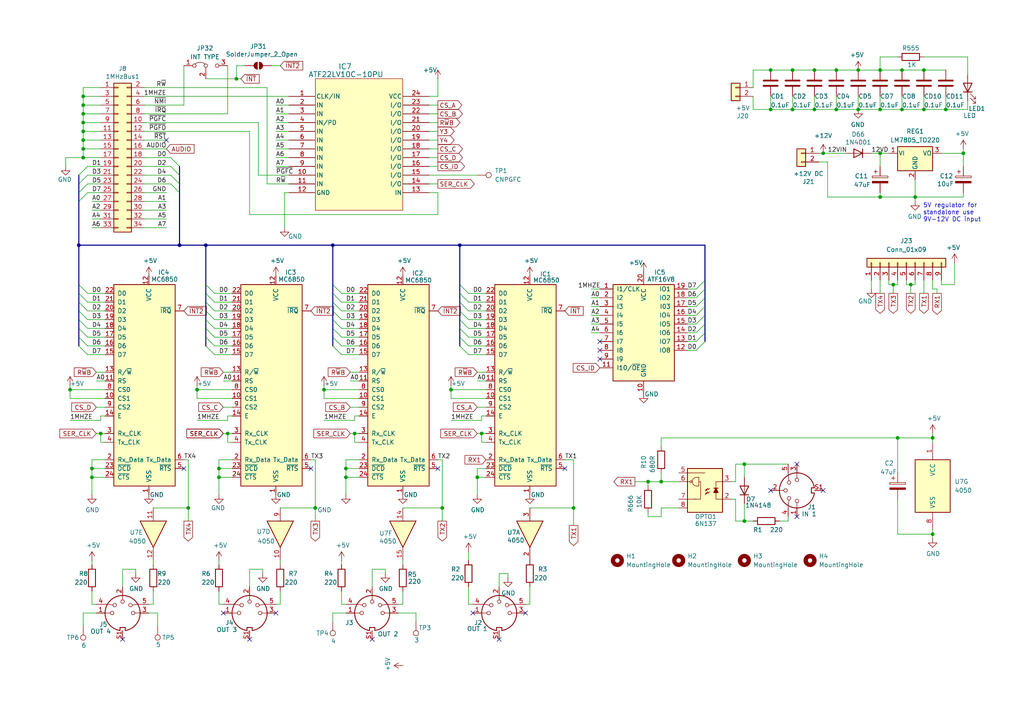
<source format=kicad_sch>
(kicad_sch (version 20250114) (generator "eeschema") (generator_version "9.0")
  (paper "A4")
  (title_block (title "Uninvesal BBC MIDI Interface") (date "2025-03-03") (rev "0.1") (company "Simon R. Ellwood") (comment 1 "Based on Colin Fraser's reverse engineered circuit and jlprojects music2xxx") (comment 2 "Universal BBC MIDI Interface"))
  (text "5V regulator for\nstandalone use\n9V-12V DC input" (at 267.716 64.516 0) (effects (font (size 1.27 1.27)) (justify left bottom)))
  (junction (at 191.77 139.7))
  (junction (at 238.76 44.45))
  (junction (at 66.04 125.73))
  (junction (at 274.32 31.75))
  (junction (at 24.13 40.64))
  (junction (at 102.87 125.73))
  (junction (at 26.67 135.89))
  (junction (at 215.9 151.13))
  (junction (at 91.44 147.32))
  (junction (at 270.51 127))
  (junction (at 22.86 71.12))
  (junction (at 24.13 38.1))
  (junction (at 248.92 20.32))
  (junction (at 242.57 20.32))
  (junction (at 130.81 113.03))
  (junction (at 265.43 57.15))
  (junction (at 229.87 31.75))
  (junction (at 24.13 35.56))
  (junction (at 229.87 20.32))
  (junction (at 29.21 125.73))
  (junction (at 223.52 31.75))
  (junction (at 223.52 20.32))
  (junction (at 279.4 44.45))
  (junction (at 24.13 30.48))
  (junction (at 24.13 45.72))
  (junction (at 93.98 113.03))
  (junction (at 128.27 147.32))
  (junction (at 139.7 125.73))
  (junction (at 267.97 20.32))
  (junction (at 100.33 135.89))
  (junction (at 261.62 20.32))
  (junction (at 133.35 71.12))
  (junction (at 187.96 139.7))
  (junction (at 264.16 82.55))
  (junction (at 24.13 43.18))
  (junction (at 255.27 20.32))
  (junction (at 54.61 147.32))
  (junction (at 138.43 138.43))
  (junction (at 52.07 71.12))
  (junction (at 255.27 44.45))
  (junction (at 260.35 127))
  (junction (at 267.97 31.75))
  (junction (at 100.33 138.43))
  (junction (at 215.9 134.62))
  (junction (at 242.57 31.75))
  (junction (at 68.58 22.86))
  (junction (at 59.69 71.12))
  (junction (at 63.5 135.89))
  (junction (at 261.62 31.75))
  (junction (at 259.08 82.55))
  (junction (at 63.5 138.43))
  (junction (at 236.22 20.32))
  (junction (at 166.37 147.32))
  (junction (at 24.13 27.94))
  (junction (at 96.52 71.12))
  (junction (at 26.67 138.43))
  (junction (at 24.13 33.02))
  (junction (at 270.51 154.94))
  (junction (at 236.22 31.75))
  (junction (at 248.92 31.75))
  (junction (at 255.27 31.75))
  (junction (at 255.27 57.15))
  (junction (at 20.32 113.03))
  (junction (at 57.15 113.03))
  (no_connect (at 144.78 185.42))
  (no_connect (at 152.4 177.8))
  (no_connect (at 53.34 135.89))
  (no_connect (at 238.76 142.24))
  (no_connect (at 137.16 177.8))
  (no_connect (at 72.39 185.42))
  (no_connect (at 173.99 104.14))
  (no_connect (at 64.77 177.8))
  (no_connect (at 80.01 177.8))
  (no_connect (at 48.26 40.64))
  (no_connect (at 223.52 142.24))
  (no_connect (at 231.14 149.86))
  (no_connect (at 163.83 135.89))
  (no_connect (at 35.56 185.42))
  (no_connect (at 90.17 135.89))
  (no_connect (at 312.42 34.29))
  (no_connect (at 231.14 134.62))
  (no_connect (at 127 135.89))
  (no_connect (at 173.99 101.6))
  (no_connect (at 173.99 99.06))
  (no_connect (at 107.95 185.42))
  (bus_entry (at 59.69 95.25) (size 2.54 2.54))
  (bus_entry (at 22.86 87.63) (size 2.54 2.54))
  (bus_entry (at 22.86 50.8) (size 2.54 -2.54))
  (bus_entry (at 201.93 83.82) (size 2.54 -2.54))
  (bus_entry (at 22.86 53.34) (size 2.54 -2.54))
  (bus_entry (at 133.35 97.79) (size 2.54 2.54))
  (bus_entry (at 59.69 87.63) (size 2.54 2.54))
  (bus_entry (at 96.52 85.09) (size 2.54 2.54))
  (bus_entry (at 133.35 90.17) (size 2.54 2.54))
  (bus_entry (at 201.93 99.06) (size 2.54 -2.54))
  (bus_entry (at 96.52 90.17) (size 2.54 2.54))
  (bus_entry (at 22.86 82.55) (size 2.54 2.54))
  (bus_entry (at 22.86 85.09) (size 2.54 2.54))
  (bus_entry (at 96.52 100.33) (size 2.54 2.54))
  (bus_entry (at 59.69 90.17) (size 2.54 2.54))
  (bus_entry (at 22.86 55.88) (size 2.54 -2.54))
  (bus_entry (at 96.52 82.55) (size 2.54 2.54))
  (bus_entry (at 59.69 85.09) (size 2.54 2.54))
  (bus_entry (at 22.86 100.33) (size 2.54 2.54))
  (bus_entry (at 201.93 91.44) (size 2.54 -2.54))
  (bus_entry (at 59.69 100.33) (size 2.54 2.54))
  (bus_entry (at 201.93 88.9) (size 2.54 -2.54))
  (bus_entry (at 133.35 85.09) (size 2.54 2.54))
  (bus_entry (at 133.35 82.55) (size 2.54 2.54))
  (bus_entry (at 49.53 48.26) (size 2.54 2.54))
  (bus_entry (at 201.93 93.98) (size 2.54 -2.54))
  (bus_entry (at 96.52 87.63) (size 2.54 2.54))
  (bus_entry (at 22.86 58.42) (size 2.54 -2.54))
  (bus_entry (at 49.53 50.8) (size 2.54 2.54))
  (bus_entry (at 59.69 92.71) (size 2.54 2.54))
  (bus_entry (at 133.35 95.25) (size 2.54 2.54))
  (bus_entry (at 49.53 53.34) (size 2.54 2.54))
  (bus_entry (at 96.52 92.71) (size 2.54 2.54))
  (bus_entry (at 201.93 101.6) (size 2.54 -2.54))
  (bus_entry (at 22.86 97.79) (size 2.54 2.54))
  (bus_entry (at 59.69 97.79) (size 2.54 2.54))
  (bus_entry (at 133.35 100.33) (size 2.54 2.54))
  (bus_entry (at 22.86 92.71) (size 2.54 2.54))
  (bus_entry (at 201.93 86.36) (size 2.54 -2.54))
  (bus_entry (at 133.35 92.71) (size 2.54 2.54))
  (bus_entry (at 201.93 96.52) (size 2.54 -2.54))
  (bus_entry (at 49.53 45.72) (size 2.54 2.54))
  (bus_entry (at 59.69 82.55) (size 2.54 2.54))
  (bus_entry (at 96.52 97.79) (size 2.54 2.54))
  (bus_entry (at 22.86 95.25) (size 2.54 2.54))
  (bus_entry (at 133.35 87.63) (size 2.54 2.54))
  (bus_entry (at 22.86 90.17) (size 2.54 2.54))
  (bus_entry (at 96.52 95.25) (size 2.54 2.54))
  (wire (pts (xy 279.4 43.18) (xy 279.4 44.45)))
  (wire (pts (xy 135.89 85.09) (xy 140.97 85.09)))
  (wire (pts (xy 67.31 115.57) (xy 57.15 115.57)))
  (wire (pts (xy 25.4 48.26) (xy 29.21 48.26)))
  (wire (pts (xy 135.89 92.71) (xy 140.97 92.71)))
  (bus (pts (xy 22.86 50.8) (xy 22.86 53.34)))
  (wire (pts (xy 274.32 27.94) (xy 274.32 31.75)))
  (wire (pts (xy 82.55 55.88) (xy 82.55 66.04)))
  (wire (pts (xy 152.4 175.26) (xy 153.67 175.26)))
  (wire (pts (xy 44.45 147.32) (xy 54.61 147.32)))
  (wire (pts (xy 41.91 35.56) (xy 74.93 35.56)))
  (wire (pts (xy 139.7 121.92) (xy 130.81 121.92)))
  (wire (pts (xy 139.7 125.73) (xy 138.43 125.73)))
  (wire (pts (xy 255.27 57.15) (xy 265.43 57.15)))
  (wire (pts (xy 191.77 139.7) (xy 196.85 139.7)))
  (wire (pts (xy 80.01 48.26) (xy 83.82 48.26)))
  (wire (pts (xy 99.06 87.63) (xy 104.14 87.63)))
  (wire (pts (xy 257.81 82.55) (xy 259.08 82.55)))
  (bus (pts (xy 96.52 100.33) (xy 96.52 97.79)))
  (wire (pts (xy 24.13 30.48) (xy 29.21 30.48)))
  (wire (pts (xy 139.7 120.65) (xy 139.7 121.92)))
  (wire (pts (xy 26.67 175.26) (xy 26.67 171.45)))
  (wire (pts (xy 271.78 83.82) (xy 271.78 85.09)))
  (wire (pts (xy 72.39 38.1) (xy 72.39 62.23)))
  (wire (pts (xy 261.62 31.75) (xy 261.62 27.94)))
  (bus (pts (xy 52.07 50.8) (xy 52.07 53.34)))
  (wire (pts (xy 199.39 88.9) (xy 201.93 88.9)))
  (wire (pts (xy 144.78 170.18) (xy 144.78 166.37)))
  (wire (pts (xy 124.46 33.02) (xy 127 33.02)))
  (wire (pts (xy 259.08 82.55) (xy 260.35 82.55)))
  (bus (pts (xy 133.35 100.33) (xy 133.35 97.79)))
  (wire (pts (xy 191.77 147.32) (xy 191.77 149.86)))
  (wire (pts (xy 138.43 107.95) (xy 140.97 107.95)))
  (wire (pts (xy 270.51 154.94) (xy 260.35 154.94)))
  (wire (pts (xy 99.06 95.25) (xy 104.14 95.25)))
  (wire (pts (xy 270.51 127) (xy 270.51 125.73)))
  (wire (pts (xy 124.46 50.8) (xy 138.43 50.8)))
  (bus (pts (xy 22.86 95.25) (xy 22.86 92.71)))
  (wire (pts (xy 257.81 81.28) (xy 257.81 82.55)))
  (wire (pts (xy 24.13 35.56) (xy 29.21 35.56)))
  (wire (pts (xy 25.4 53.34) (xy 29.21 53.34)))
  (wire (pts (xy 213.36 151.13) (xy 213.36 144.78)))
  (wire (pts (xy 80.01 40.64) (xy 83.82 40.64)))
  (wire (pts (xy 171.45 83.82) (xy 173.99 83.82)))
  (wire (pts (xy 102.87 128.27) (xy 102.87 125.73)))
  (wire (pts (xy 67.31 128.27) (xy 66.04 128.27)))
  (wire (pts (xy 139.7 128.27) (xy 139.7 125.73)))
  (wire (pts (xy 91.44 133.35) (xy 91.44 147.32)))
  (wire (pts (xy 66.04 120.65) (xy 66.04 121.92)))
  (wire (pts (xy 223.52 27.94) (xy 223.52 31.75)))
  (bus (pts (xy 204.47 88.9) (xy 204.47 86.36)))
  (wire (pts (xy 228.6 151.13) (xy 228.6 149.86)))
  (wire (pts (xy 63.5 135.89) (xy 63.5 138.43)))
  (wire (pts (xy 135.89 95.25) (xy 140.97 95.25)))
  (wire (pts (xy 270.51 81.28) (xy 270.51 83.82)))
  (wire (pts (xy 116.84 147.32) (xy 128.27 147.32)))
  (wire (pts (xy 24.13 43.18) (xy 24.13 45.72)))
  (wire (pts (xy 236.22 20.32) (xy 242.57 20.32)))
  (wire (pts (xy 171.45 86.36) (xy 173.99 86.36)))
  (wire (pts (xy 228.6 134.62) (xy 215.9 134.62)))
  (bus (pts (xy 204.47 81.28) (xy 204.47 71.12)))
  (wire (pts (xy 24.13 27.94) (xy 24.13 30.48)))
  (wire (pts (xy 138.43 118.11) (xy 140.97 118.11)))
  (wire (pts (xy 242.57 20.32) (xy 248.92 20.32)))
  (wire (pts (xy 199.39 99.06) (xy 201.93 99.06)))
  (wire (pts (xy 237.49 44.45) (xy 238.76 44.45)))
  (bus (pts (xy 22.86 100.33) (xy 22.86 97.79)))
  (wire (pts (xy 93.98 115.57) (xy 93.98 113.03)))
  (wire (pts (xy 104.14 113.03) (xy 93.98 113.03)))
  (wire (pts (xy 215.9 134.62) (xy 213.36 134.62)))
  (wire (pts (xy 80.01 30.48) (xy 83.82 30.48)))
  (wire (pts (xy 199.39 93.98) (xy 201.93 93.98)))
  (wire (pts (xy 213.36 139.7) (xy 212.09 139.7)))
  (wire (pts (xy 43.18 177.8) (xy 45.72 177.8)))
  (wire (pts (xy 25.4 90.17) (xy 30.48 90.17)))
  (wire (pts (xy 124.46 45.72) (xy 127 45.72)))
  (wire (pts (xy 100.33 175.26) (xy 99.06 175.26)))
  (wire (pts (xy 255.27 31.75) (xy 255.27 27.94)))
  (wire (pts (xy 62.23 102.87) (xy 67.31 102.87)))
  (wire (pts (xy 255.27 31.75) (xy 261.62 31.75)))
  (wire (pts (xy 62.23 95.25) (xy 67.31 95.25)))
  (wire (pts (xy 255.27 16.51) (xy 255.27 20.32)))
  (wire (pts (xy 41.91 38.1) (xy 72.39 38.1)))
  (wire (pts (xy 102.87 120.65) (xy 104.14 120.65)))
  (wire (pts (xy 64.77 175.26) (xy 63.5 175.26)))
  (wire (pts (xy 276.86 82.55) (xy 273.05 82.55)))
  (wire (pts (xy 93.98 113.03) (xy 93.98 111.76)))
  (wire (pts (xy 25.4 85.09) (xy 30.48 85.09)))
  (wire (pts (xy 72.39 165.1) (xy 76.2 165.1)))
  (wire (pts (xy 101.6 107.95) (xy 104.14 107.95)))
  (bus (pts (xy 96.52 92.71) (xy 96.52 90.17)))
  (wire (pts (xy 135.89 175.26) (xy 135.89 170.18)))
  (wire (pts (xy 41.91 53.34) (xy 49.53 53.34)))
  (wire (pts (xy 104.14 128.27) (xy 102.87 128.27)))
  (wire (pts (xy 104.14 135.89) (xy 100.33 135.89)))
  (wire (pts (xy 265.43 81.28) (xy 265.43 82.55)))
  (wire (pts (xy 24.13 38.1) (xy 24.13 40.64)))
  (wire (pts (xy 67.31 125.73) (xy 66.04 125.73)))
  (wire (pts (xy 68.58 22.86) (xy 69.85 22.86)))
  (wire (pts (xy 41.91 25.4) (xy 77.47 25.4)))
  (bus (pts (xy 59.69 97.79) (xy 59.69 95.25)))
  (wire (pts (xy 29.21 121.92) (xy 20.32 121.92)))
  (wire (pts (xy 99.06 85.09) (xy 104.14 85.09)))
  (wire (pts (xy 62.23 90.17) (xy 67.31 90.17)))
  (wire (pts (xy 44.45 175.26) (xy 44.45 171.45)))
  (wire (pts (xy 29.21 120.65) (xy 30.48 120.65)))
  (wire (pts (xy 41.91 66.04) (xy 48.26 66.04)))
  (wire (pts (xy 248.92 31.75) (xy 255.27 31.75)))
  (wire (pts (xy 171.45 96.52) (xy 173.99 96.52)))
  (bus (pts (xy 204.47 96.52) (xy 204.47 93.98)))
  (wire (pts (xy 80.01 175.26) (xy 81.28 175.26)))
  (wire (pts (xy 124.46 27.94) (xy 127 27.94)))
  (wire (pts (xy 25.4 55.88) (xy 29.21 55.88)))
  (wire (pts (xy 25.4 97.79) (xy 30.48 97.79)))
  (wire (pts (xy 104.14 125.73) (xy 102.87 125.73)))
  (wire (pts (xy 218.44 151.13) (xy 215.9 151.13)))
  (bus (pts (xy 133.35 95.25) (xy 133.35 92.71)))
  (wire (pts (xy 27.94 107.95) (xy 30.48 107.95)))
  (bus (pts (xy 22.86 55.88) (xy 22.86 58.42)))
  (wire (pts (xy 128.27 147.32) (xy 128.27 151.13)))
  (wire (pts (xy 199.39 101.6) (xy 201.93 101.6)))
  (wire (pts (xy 24.13 30.48) (xy 24.13 33.02)))
  (wire (pts (xy 267.97 16.51) (xy 280.67 16.51)))
  (wire (pts (xy 63.5 175.26) (xy 63.5 171.45)))
  (wire (pts (xy 66.04 33.02) (xy 66.04 19.05)))
  (bus (pts (xy 22.86 58.42) (xy 22.86 71.12)))
  (wire (pts (xy 19.05 45.72) (xy 19.05 48.26)))
  (wire (pts (xy 229.87 31.75) (xy 223.52 31.75)))
  (wire (pts (xy 26.67 58.42) (xy 29.21 58.42)))
  (wire (pts (xy 99.06 97.79) (xy 104.14 97.79)))
  (wire (pts (xy 80.01 35.56) (xy 83.82 35.56)))
  (wire (pts (xy 41.91 30.48) (xy 53.34 30.48)))
  (wire (pts (xy 242.57 31.75) (xy 242.57 27.94)))
  (wire (pts (xy 280.67 21.59) (xy 280.67 16.51)))
  (wire (pts (xy 229.87 20.32) (xy 236.22 20.32)))
  (wire (pts (xy 124.46 30.48) (xy 127 30.48)))
  (wire (pts (xy 215.9 151.13) (xy 215.9 146.05)))
  (wire (pts (xy 187.96 149.86) (xy 187.96 148.59)))
  (bus (pts (xy 52.07 71.12) (xy 22.86 71.12)))
  (bus (pts (xy 22.86 85.09) (xy 22.86 82.55)))
  (wire (pts (xy 237.49 46.99) (xy 240.03 46.99)))
  (wire (pts (xy 135.89 97.79) (xy 140.97 97.79)))
  (wire (pts (xy 68.58 19.05) (xy 68.58 22.86)))
  (wire (pts (xy 63.5 162.56) (xy 63.5 163.83)))
  (wire (pts (xy 66.04 121.92) (xy 57.15 121.92)))
  (wire (pts (xy 104.14 133.35) (xy 100.33 133.35)))
  (bus (pts (xy 22.86 53.34) (xy 22.86 55.88)))
  (wire (pts (xy 99.06 90.17) (xy 104.14 90.17)))
  (wire (pts (xy 270.51 127) (xy 260.35 127)))
  (wire (pts (xy 140.97 125.73) (xy 139.7 125.73)))
  (wire (pts (xy 171.45 91.44) (xy 173.99 91.44)))
  (wire (pts (xy 264.16 82.55) (xy 264.16 85.09)))
  (wire (pts (xy 147.32 166.37) (xy 147.32 167.64)))
  (wire (pts (xy 124.46 40.64) (xy 127 40.64)))
  (wire (pts (xy 270.51 156.21) (xy 270.51 154.94)))
  (wire (pts (xy 240.03 46.99) (xy 240.03 57.15)))
  (bus (pts (xy 22.86 92.71) (xy 22.86 90.17)))
  (wire (pts (xy 78.74 19.05) (xy 81.28 19.05)))
  (wire (pts (xy 72.39 62.23) (xy 127 62.23)))
  (wire (pts (xy 80.01 33.02) (xy 83.82 33.02)))
  (wire (pts (xy 124.46 43.18) (xy 127 43.18)))
  (wire (pts (xy 260.35 154.94) (xy 260.35 144.78)))
  (wire (pts (xy 236.22 31.75) (xy 236.22 27.94)))
  (wire (pts (xy 29.21 128.27) (xy 29.21 125.73)))
  (wire (pts (xy 77.47 53.34) (xy 83.82 53.34)))
  (wire (pts (xy 67.31 113.03) (xy 57.15 113.03)))
  (wire (pts (xy 130.81 115.57) (xy 130.81 113.03)))
  (wire (pts (xy 153.67 147.32) (xy 166.37 147.32)))
  (bus (pts (xy 22.86 71.12) (xy 22.86 82.55)))
  (wire (pts (xy 20.32 115.57) (xy 20.32 113.03)))
  (bus (pts (xy 133.35 92.71) (xy 133.35 90.17)))
  (wire (pts (xy 41.91 55.88) (xy 48.26 55.88)))
  (wire (pts (xy 41.91 63.5) (xy 48.26 63.5)))
  (wire (pts (xy 102.87 121.92) (xy 93.98 121.92)))
  (bus (pts (xy 133.35 82.55) (xy 133.35 71.12)))
  (wire (pts (xy 144.78 166.37) (xy 147.32 166.37)))
  (wire (pts (xy 54.61 147.32) (xy 54.61 151.13)))
  (wire (pts (xy 48.26 60.96) (xy 41.91 60.96)))
  (wire (pts (xy 29.21 60.96) (xy 26.67 60.96)))
  (bus (pts (xy 96.52 87.63) (xy 96.52 85.09)))
  (wire (pts (xy 218.44 20.32) (xy 223.52 20.32)))
  (bus (pts (xy 22.86 90.17) (xy 22.86 87.63)))
  (wire (pts (xy 80.01 38.1) (xy 83.82 38.1)))
  (wire (pts (xy 100.33 177.8) (xy 96.52 177.8)))
  (wire (pts (xy 43.18 175.26) (xy 44.45 175.26)))
  (wire (pts (xy 213.36 151.13) (xy 215.9 151.13)))
  (wire (pts (xy 62.23 100.33) (xy 67.31 100.33)))
  (wire (pts (xy 63.5 138.43) (xy 63.5 143.51)))
  (wire (pts (xy 41.91 45.72) (xy 49.53 45.72)))
  (wire (pts (xy 199.39 86.36) (xy 201.93 86.36)))
  (wire (pts (xy 274.32 31.75) (xy 280.67 31.75)))
  (bus (pts (xy 96.52 95.25) (xy 96.52 92.71)))
  (wire (pts (xy 248.92 31.75) (xy 248.92 27.94)))
  (wire (pts (xy 74.93 35.56) (xy 74.93 50.8)))
  (wire (pts (xy 41.91 50.8) (xy 49.53 50.8)))
  (wire (pts (xy 91.44 147.32) (xy 91.44 151.13)))
  (wire (pts (xy 267.97 20.32) (xy 274.32 20.32)))
  (bus (pts (xy 133.35 90.17) (xy 133.35 87.63)))
  (wire (pts (xy 35.56 170.18) (xy 35.56 165.1)))
  (wire (pts (xy 223.52 31.75) (xy 218.44 31.75)))
  (bus (pts (xy 96.52 85.09) (xy 96.52 82.55)))
  (wire (pts (xy 260.35 127) (xy 260.35 137.16)))
  (wire (pts (xy 130.81 113.03) (xy 130.81 111.76)))
  (wire (pts (xy 80.01 45.72) (xy 83.82 45.72)))
  (wire (pts (xy 127 55.88) (xy 124.46 55.88)))
  (wire (pts (xy 116.84 163.83) (xy 116.84 162.56)))
  (bus (pts (xy 52.07 55.88) (xy 52.07 71.12)))
  (wire (pts (xy 213.36 134.62) (xy 213.36 139.7)))
  (wire (pts (xy 27.94 110.49) (xy 30.48 110.49)))
  (wire (pts (xy 262.89 81.28) (xy 262.89 82.55)))
  (wire (pts (xy 138.43 138.43) (xy 138.43 143.51)))
  (wire (pts (xy 153.67 175.26) (xy 153.67 170.18)))
  (wire (pts (xy 166.37 133.35) (xy 163.83 133.35)))
  (wire (pts (xy 53.34 30.48) (xy 53.34 19.05)))
  (wire (pts (xy 255.27 16.51) (xy 260.35 16.51)))
  (bus (pts (xy 59.69 100.33) (xy 59.69 97.79)))
  (wire (pts (xy 41.91 27.94) (xy 83.82 27.94)))
  (wire (pts (xy 77.47 25.4) (xy 77.47 53.34)))
  (wire (pts (xy 107.95 170.18) (xy 107.95 165.1)))
  (wire (pts (xy 240.03 57.15) (xy 255.27 57.15)))
  (wire (pts (xy 279.4 44.45) (xy 273.05 44.45)))
  (wire (pts (xy 187.96 140.97) (xy 187.96 139.7)))
  (wire (pts (xy 81.28 163.83) (xy 81.28 162.56)))
  (wire (pts (xy 226.06 151.13) (xy 228.6 151.13)))
  (wire (pts (xy 199.39 91.44) (xy 201.93 91.44)))
  (wire (pts (xy 140.97 113.03) (xy 130.81 113.03)))
  (wire (pts (xy 191.77 127) (xy 260.35 127)))
  (bus (pts (xy 133.35 97.79) (xy 133.35 95.25)))
  (wire (pts (xy 101.6 110.49) (xy 104.14 110.49)))
  (bus (pts (xy 204.47 83.82) (xy 204.47 81.28)))
  (wire (pts (xy 96.52 177.8) (xy 96.52 180.34)))
  (wire (pts (xy 279.4 55.88) (xy 279.4 57.15)))
  (wire (pts (xy 102.87 125.73) (xy 101.6 125.73)))
  (wire (pts (xy 267.97 31.75) (xy 274.32 31.75)))
  (wire (pts (xy 215.9 138.43) (xy 215.9 134.62)))
  (wire (pts (xy 140.97 135.89) (xy 138.43 135.89)))
  (wire (pts (xy 120.65 177.8) (xy 120.65 180.34)))
  (wire (pts (xy 127 62.23) (xy 127 55.88)))
  (wire (pts (xy 24.13 35.56) (xy 24.13 38.1)))
  (wire (pts (xy 135.89 100.33) (xy 140.97 100.33)))
  (wire (pts (xy 90.17 133.35) (xy 91.44 133.35)))
  (bus (pts (xy 52.07 53.34) (xy 52.07 55.88)))
  (wire (pts (xy 54.61 133.35) (xy 54.61 147.32)))
  (wire (pts (xy 140.97 128.27) (xy 139.7 128.27)))
  (wire (pts (xy 67.31 135.89) (xy 63.5 135.89)))
  (wire (pts (xy 104.14 115.57) (xy 93.98 115.57)))
  (bus (pts (xy 204.47 93.98) (xy 204.47 91.44)))
  (wire (pts (xy 81.28 175.26) (xy 81.28 171.45)))
  (wire (pts (xy 30.48 113.03) (xy 20.32 113.03)))
  (wire (pts (xy 191.77 137.16) (xy 191.77 139.7)))
  (bus (pts (xy 59.69 90.17) (xy 59.69 87.63)))
  (wire (pts (xy 135.89 90.17) (xy 140.97 90.17)))
  (wire (pts (xy 25.4 87.63) (xy 30.48 87.63)))
  (wire (pts (xy 101.6 118.11) (xy 104.14 118.11)))
  (wire (pts (xy 35.56 165.1) (xy 39.37 165.1)))
  (wire (pts (xy 80.01 43.18) (xy 83.82 43.18)))
  (wire (pts (xy 24.13 33.02) (xy 24.13 35.56)))
  (wire (pts (xy 57.15 113.03) (xy 57.15 111.76)))
  (bus (pts (xy 204.47 91.44) (xy 204.47 88.9)))
  (bus (pts (xy 59.69 95.25) (xy 59.69 92.71)))
  (wire (pts (xy 27.94 118.11) (xy 30.48 118.11)))
  (wire (pts (xy 41.91 48.26) (xy 49.53 48.26)))
  (wire (pts (xy 255.27 44.45) (xy 257.81 44.45)))
  (wire (pts (xy 265.43 52.07) (xy 265.43 57.15)))
  (wire (pts (xy 273.05 81.28) (xy 273.05 82.55)))
  (wire (pts (xy 26.67 66.04) (xy 29.21 66.04)))
  (wire (pts (xy 64.77 110.49) (xy 67.31 110.49)))
  (wire (pts (xy 252.73 44.45) (xy 255.27 44.45)))
  (wire (pts (xy 39.37 165.1) (xy 39.37 166.37)))
  (wire (pts (xy 171.45 88.9) (xy 173.99 88.9)))
  (wire (pts (xy 63.5 138.43) (xy 67.31 138.43)))
  (bus (pts (xy 96.52 71.12) (xy 59.69 71.12)))
  (bus (pts (xy 96.52 71.12) (xy 133.35 71.12)))
  (wire (pts (xy 100.33 135.89) (xy 100.33 138.43)))
  (wire (pts (xy 74.93 50.8) (xy 83.82 50.8)))
  (wire (pts (xy 116.84 175.26) (xy 116.84 171.45)))
  (wire (pts (xy 59.69 22.86) (xy 68.58 22.86)))
  (wire (pts (xy 41.91 43.18) (xy 48.26 43.18)))
  (wire (pts (xy 26.67 133.35) (xy 26.67 135.89)))
  (wire (pts (xy 115.57 175.26) (xy 116.84 175.26)))
  (wire (pts (xy 27.94 177.8) (xy 24.13 177.8)))
  (wire (pts (xy 29.21 125.73) (xy 27.94 125.73)))
  (wire (pts (xy 259.08 82.55) (xy 259.08 85.09)))
  (wire (pts (xy 124.46 38.1) (xy 127 38.1)))
  (wire (pts (xy 72.39 170.18) (xy 72.39 165.1)))
  (wire (pts (xy 279.4 48.26) (xy 279.4 44.45)))
  (wire (pts (xy 26.67 63.5) (xy 29.21 63.5)))
  (wire (pts (xy 30.48 133.35) (xy 26.67 133.35)))
  (bus (pts (xy 59.69 71.12) (xy 52.07 71.12)))
  (wire (pts (xy 100.33 138.43) (xy 104.14 138.43)))
  (wire (pts (xy 223.52 20.32) (xy 229.87 20.32)))
  (wire (pts (xy 248.92 20.32) (xy 255.27 20.32)))
  (wire (pts (xy 264.16 82.55) (xy 265.43 82.55)))
  (wire (pts (xy 99.06 175.26) (xy 99.06 171.45)))
  (wire (pts (xy 63.5 133.35) (xy 63.5 135.89)))
  (wire (pts (xy 229.87 31.75) (xy 236.22 31.75)))
  (wire (pts (xy 66.04 125.73) (xy 64.77 125.73)))
  (wire (pts (xy 41.91 33.02) (xy 66.04 33.02)))
  (bus (pts (xy 204.47 86.36) (xy 204.47 83.82)))
  (wire (pts (xy 44.45 163.83) (xy 44.45 162.56)))
  (bus (pts (xy 204.47 99.06) (xy 204.47 96.52)))
  (bus (pts (xy 22.86 97.79) (xy 22.86 95.25)))
  (wire (pts (xy 53.34 133.35) (xy 54.61 133.35)))
  (wire (pts (xy 196.85 147.32) (xy 191.77 147.32)))
  (wire (pts (xy 199.39 83.82) (xy 201.93 83.82)))
  (bus (pts (xy 52.07 48.26) (xy 52.07 50.8)))
  (wire (pts (xy 267.97 27.94) (xy 267.97 31.75)))
  (wire (pts (xy 135.89 102.87) (xy 140.97 102.87)))
  (wire (pts (xy 25.4 95.25) (xy 30.48 95.25)))
  (wire (pts (xy 41.91 58.42) (xy 48.26 58.42)))
  (wire (pts (xy 24.13 25.4) (xy 24.13 27.94)))
  (wire (pts (xy 81.28 147.32) (xy 91.44 147.32)))
  (bus (pts (xy 59.69 87.63) (xy 59.69 85.09)))
  (wire (pts (xy 67.31 133.35) (xy 63.5 133.35)))
  (wire (pts (xy 262.89 82.55) (xy 264.16 82.55)))
  (wire (pts (xy 137.16 175.26) (xy 135.89 175.26)))
  (wire (pts (xy 138.43 138.43) (xy 140.97 138.43)))
  (wire (pts (xy 279.4 57.15) (xy 265.43 57.15)))
  (wire (pts (xy 255.27 20.32) (xy 261.62 20.32)))
  (wire (pts (xy 25.4 102.87) (xy 30.48 102.87)))
  (wire (pts (xy 140.97 115.57) (xy 130.81 115.57)))
  (wire (pts (xy 187.96 139.7) (xy 191.77 139.7)))
  (wire (pts (xy 24.13 38.1) (xy 29.21 38.1)))
  (wire (pts (xy 66.04 128.27) (xy 66.04 125.73)))
  (wire (pts (xy 242.57 31.75) (xy 248.92 31.75)))
  (wire (pts (xy 166.37 133.35) (xy 166.37 147.32)))
  (wire (pts (xy 135.89 160.02) (xy 135.89 162.56)))
  (wire (pts (xy 213.36 144.78) (xy 212.09 144.78)))
  (wire (pts (xy 261.62 20.32) (xy 267.97 20.32)))
  (wire (pts (xy 238.76 44.45) (xy 245.11 44.45)))
  (wire (pts (xy 260.35 81.28) (xy 260.35 82.55)))
  (wire (pts (xy 124.46 35.56) (xy 127 35.56)))
  (wire (pts (xy 62.23 87.63) (xy 67.31 87.63)))
  (bus (pts (xy 22.86 87.63) (xy 22.86 85.09)))
  (wire (pts (xy 255.27 55.88) (xy 255.27 57.15)))
  (wire (pts (xy 57.15 115.57) (xy 57.15 113.03)))
  (wire (pts (xy 135.89 87.63) (xy 140.97 87.63)))
  (bus (pts (xy 96.52 90.17) (xy 96.52 87.63)))
  (bus (pts (xy 59.69 71.12) (xy 59.69 82.55)))
  (wire (pts (xy 191.77 149.86) (xy 187.96 149.86)))
  (wire (pts (xy 191.77 127) (xy 191.77 129.54)))
  (wire (pts (xy 124.46 53.34) (xy 127 53.34)))
  (bus (pts (xy 96.52 71.12) (xy 96.52 82.55)))
  (wire (pts (xy 276.86 76.2) (xy 276.86 82.55)))
  (wire (pts (xy 25.4 100.33) (xy 30.48 100.33)))
  (wire (pts (xy 280.67 31.75) (xy 280.67 29.21)))
  (wire (pts (xy 45.72 177.8) (xy 45.72 181.61)))
  (wire (pts (xy 76.2 165.1) (xy 76.2 166.37)))
  (wire (pts (xy 270.51 153.67) (xy 270.51 154.94)))
  (wire (pts (xy 100.33 133.35) (xy 100.33 135.89)))
  (bus (pts (xy 59.69 92.71) (xy 59.69 90.17)))
  (wire (pts (xy 102.87 120.65) (xy 102.87 121.92)))
  (bus (pts (xy 133.35 87.63) (xy 133.35 85.09)))
  (bus (pts (xy 133.35 82.55) (xy 133.35 85.09)))
  (wire (pts (xy 26.67 138.43) (xy 30.48 138.43)))
  (bus (pts (xy 96.52 97.79) (xy 96.52 95.25)))
  (wire (pts (xy 171.45 93.98) (xy 173.99 93.98)))
  (wire (pts (xy 99.06 102.87) (xy 104.14 102.87)))
  (wire (pts (xy 111.76 165.1) (xy 111.76 166.37)))
  (wire (pts (xy 30.48 128.27) (xy 29.21 128.27)))
  (bus (pts (xy 133.35 71.12) (xy 204.47 71.12)))
  (wire (pts (xy 24.13 40.64) (xy 24.13 43.18)))
  (wire (pts (xy 184.15 139.7) (xy 187.96 139.7)))
  (wire (pts (xy 127 27.94) (xy 127 22.86)))
  (wire (pts (xy 24.13 45.72) (xy 29.21 45.72)))
  (wire (pts (xy 99.06 92.71) (xy 104.14 92.71)))
  (wire (pts (xy 139.7 120.65) (xy 140.97 120.65)))
  (wire (pts (xy 166.37 147.32) (xy 166.37 152.4)))
  (wire (pts (xy 24.13 25.4) (xy 29.21 25.4)))
  (wire (pts (xy 24.13 27.94) (xy 29.21 27.94)))
  (wire (pts (xy 30.48 115.57) (xy 20.32 115.57)))
  (wire (pts (xy 64.77 107.95) (xy 67.31 107.95)))
  (wire (pts (xy 138.43 110.49) (xy 140.97 110.49)))
  (wire (pts (xy 26.67 162.56) (xy 26.67 163.83)))
  (wire (pts (xy 252.73 81.28) (xy 252.73 83.82)))
  (wire (pts (xy 26.67 138.43) (xy 26.67 143.51)))
  (wire (pts (xy 30.48 135.89) (xy 26.67 135.89)))
  (wire (pts (xy 24.13 177.8) (xy 24.13 181.61)))
  (wire (pts (xy 26.67 135.89) (xy 26.67 138.43)))
  (wire (pts (xy 25.4 92.71) (xy 30.48 92.71)))
  (wire (pts (xy 71.12 19.05) (xy 68.58 19.05)))
  (wire (pts (xy 27.94 175.26) (xy 26.67 175.26)))
  (wire (pts (xy 24.13 43.18) (xy 29.21 43.18)))
  (bus (pts (xy 59.69 85.09) (xy 59.69 82.55)))
  (wire (pts (xy 138.43 135.89) (xy 138.43 138.43)))
  (wire (pts (xy 236.22 31.75) (xy 242.57 31.75)))
  (wire (pts (xy 62.23 92.71) (xy 67.31 92.71)))
  (wire (pts (xy 24.13 33.02) (xy 29.21 33.02)))
  (wire (pts (xy 267.97 81.28) (xy 267.97 85.09)))
  (wire (pts (xy 218.44 20.32) (xy 218.44 25.4)))
  (wire (pts (xy 64.77 118.11) (xy 67.31 118.11)))
  (wire (pts (xy 229.87 27.94) (xy 229.87 31.75)))
  (wire (pts (xy 99.06 162.56) (xy 99.06 163.83)))
  (wire (pts (xy 62.23 97.79) (xy 67.31 97.79)))
  (wire (pts (xy 66.04 120.65) (xy 67.31 120.65)))
  (wire (pts (xy 107.95 165.1) (xy 111.76 165.1)))
  (wire (pts (xy 265.43 58.42) (xy 265.43 57.15)))
  (wire (pts (xy 99.06 100.33) (xy 104.14 100.33)))
  (wire (pts (xy 20.32 113.03) (xy 20.32 111.76)))
  (wire (pts (xy 261.62 31.75) (xy 267.97 31.75)))
  (wire (pts (xy 30.48 125.73) (xy 29.21 125.73)))
  (wire (pts (xy 24.13 45.72) (xy 19.05 45.72)))
  (wire (pts (xy 29.21 120.65) (xy 29.21 121.92)))
  (wire (pts (xy 255.27 44.45) (xy 255.27 48.26)))
  (wire (pts (xy 48.26 40.64) (xy 41.91 40.64)))
  (wire (pts (xy 270.51 83.82) (xy 271.78 83.82)))
  (wire (pts (xy 24.13 40.64) (xy 29.21 40.64)))
  (wire (pts (xy 100.33 138.43) (xy 100.33 143.51)))
  (wire (pts (xy 270.51 127) (xy 270.51 128.27)))
  (wire (pts (xy 255.27 81.28) (xy 255.27 85.09)))
  (wire (pts (xy 115.57 177.8) (xy 120.65 177.8)))
  (wire (pts (xy 127 133.35) (xy 128.27 133.35)))
  (wire (pts (xy 62.23 85.09) (xy 67.31 85.09)))
  (wire (pts (xy 83.82 55.88) (xy 82.55 55.88)))
  (wire (pts (xy 128.27 133.35) (xy 128.27 147.32)))
  (wire (pts (xy 124.46 48.26) (xy 127 48.26)))
  (wire (pts (xy 218.44 31.75) (xy 218.44 27.94)))
  (wire (pts (xy 25.4 50.8) (xy 29.21 50.8)))
  (wire (pts (xy 199.39 96.52) (xy 201.93 96.52)))
  (label "D7" (at 199.39 83.82 0))
  (label "D2" (at 199.39 96.52 0))
  (label "D5" (at 137.16 97.79 0))
  (label "D4" (at 48.26 50.8 180))
  (label "D4" (at 199.39 91.44 0))
  (label "D3" (at 26.67 50.8 0))
  (label "TX4" (at 53.34 133.35 0))
  (label "A6" (at 26.67 66.04 0))
  (label "AUDIO" (at 48.26 43.18 180))
  (label "D3" (at 100.33 92.71 0))
  (label "D7" (at 26.67 102.87 0))
  (label "A4" (at 26.67 63.5 0))
  (label "1MHZE" (at 167.64 83.82 0))
  (label "D0" (at 100.33 85.09 0))
  (label "D1" (at 63.5 87.63 0))
  (label "A0" (at 26.67 58.42 0))
  (label "~{NMI}" (at 48.26 30.48 180))
  (label "A1" (at 80.01 33.02 0))
  (label "A3" (at 171.45 93.98 0))
  (label "D5" (at 63.5 97.79 0))
  (label "A3" (at 48.26 60.96 180))
  (label "D5" (at 199.39 88.9 0))
  (label "D5" (at 26.67 53.34 0))
  (label "1MHZE" (at 20.32 121.92 0))
  (label "D1" (at 100.33 87.63 0))
  (label "12VD" (at 252.73 44.45 0))
  (label "D4" (at 63.5 95.25 0))
  (label "D1" (at 199.39 99.06 0))
  (label "D3" (at 137.16 92.71 0))
  (label "R~{W}" (at 48.26 25.4 180))
  (label "A3" (at 80.01 38.1 0))
  (label "GND" (at 48.26 55.88 180))
  (label "D7" (at 100.33 102.87 0))
  (label "A2" (at 171.45 91.44 0))
  (label "A4" (at 171.45 96.52 0))
  (label "D2" (at 137.16 90.17 0))
  (label "D7" (at 26.67 55.88 0))
  (label "A1" (at 48.26 58.42 180))
  (label "A0" (at 27.94 110.49 0))
  (label "D1" (at 137.16 87.63 0))
  (label "1MHZE" (at 93.98 121.92 0))
  (label "A2" (at 26.67 60.96 0))
  (label "D3" (at 63.5 92.71 0))
  (label "~{PGFC}" (at 48.26 35.56 180))
  (label "A0" (at 138.43 110.49 0))
  (label "12VIN" (at 240.03 44.45 0))
  (label "D0" (at 48.26 45.72 180))
  (label "D0" (at 63.5 85.09 0))
  (label "A0" (at 171.45 86.36 0))
  (label "D4" (at 26.67 95.25 0))
  (label "D3" (at 199.39 93.98 0))
  (label "D0" (at 26.67 85.09 0))
  (label "D6" (at 199.39 86.36 0))
  (label "D5" (at 26.67 97.79 0))
  (label "D3" (at 26.67 92.71 0))
  (label "~{RST}" (at 48.26 40.64 180))
  (label "D6" (at 26.67 100.33 0))
  (label "D6" (at 100.33 100.33 0))
  (label "D0" (at 137.16 85.09 0))
  (label "D1" (at 26.67 87.63 0))
  (label "A7" (at 80.01 48.26 0))
  (label "D2" (at 63.5 90.17 0))
  (label "~{PGFD}" (at 48.26 38.1 180))
  (label "D4" (at 137.16 95.25 0))
  (label "D6" (at 137.16 100.33 0))
  (label "D2" (at 48.26 48.26 180))
  (label "D1" (at 26.67 48.26 0))
  (label "A5" (at 48.26 63.5 180))
  (label "A0" (at 80.01 30.48 0))
  (label "A0" (at 101.6 110.49 0))
  (label "D2" (at 26.67 90.17 0))
  (label "A1" (at 171.45 88.9 0))
  (label "A4" (at 80.01 40.64 0))
  (label "A5" (at 80.01 43.18 0))
  (label "D2" (at 100.33 90.17 0))
  (label "TX3" (at 90.17 133.35 0))
  (label "1MHZE" (at 130.81 121.92 0))
  (label "D0" (at 199.39 101.6 0))
  (label "D6" (at 48.26 53.34 180))
  (label "1MHZE" (at 57.15 121.92 0))
  (label "D6" (at 63.5 100.33 0))
  (label "D7" (at 137.16 102.87 0))
  (label "A7" (at 48.26 66.04 180))
  (label "D4" (at 100.33 95.25 0))
  (label "TX2" (at 127 133.35 0))
  (label "A0" (at 64.77 110.49 0))
  (label "R~{W}" (at 80.01 53.34 0))
  (label "~{PGFC}" (at 80.01 50.8 0))
  (label "A6" (at 80.01 45.72 0))
  (label "~{IRQ}" (at 48.26 33.02 180))
  (label "1MHZE" (at 48.26 27.94 180))
  (label "D7" (at 63.5 102.87 0))
  (label "A2" (at 80.01 35.56 0))
  (label "D5" (at 100.33 97.79 0))
  (label "TX1" (at 163.83 133.35 0))
  (global_label "SER_CLK" (shape input) (at 138.43 125.73 180) (property "Intersheetrefs" "${INTERSHEET_REFS}" (effects (hide yes))))
  (global_label "TX3" (shape output) (at 259.08 85.09 270) (property "Intersheetrefs" "${INTERSHEET_REFS}" (effects (hide yes))))
  (global_label "SER_CLK" (shape input) (at 64.77 125.73 180) (property "Intersheetrefs" "${INTERSHEET_REFS}" (effects (hide yes))))
  (global_label "R~{W}B" (shape output) (at 127 35.56 0) (property "Intersheetrefs" "${INTERSHEET_REFS}" (effects (hide yes))))
  (global_label "CS_A" (shape input) (at 138.43 118.11 180) (property "Intersheetrefs" "${INTERSHEET_REFS}" (effects (hide yes))))
  (global_label "SER_CLK" (shape input) (at 27.94 125.73 180) (property "Intersheetrefs" "${INTERSHEET_REFS}" (effects (hide yes))))
  (global_label "CS_C" (shape output) (at 127 43.18 0) (property "Intersheetrefs" "${INTERSHEET_REFS}" (effects (hide yes))))
  (global_label "TX1" (shape output) (at 267.97 85.09 270) (property "Intersheetrefs" "${INTERSHEET_REFS}" (effects (hide yes))))
  (global_label "~{INT2}" (shape input) (at 81.28 19.05 0) (property "Intersheetrefs" "${INTERSHEET_REFS}" (effects (hide yes))))
  (global_label "CS_B" (shape output) (at 127 33.02 0) (property "Intersheetrefs" "${INTERSHEET_REFS}" (effects (hide yes))))
  (global_label "TX3" (shape output) (at 91.44 151.13 270) (property "Intersheetrefs" "${INTERSHEET_REFS}" (effects (hide yes))))
  (global_label "CS_D" (shape input) (at 27.94 118.11 180) (property "Intersheetrefs" "${INTERSHEET_REFS}" (effects (hide yes))))
  (global_label "CS_ID" (shape output) (at 127 48.26 0) (property "Intersheetrefs" "${INTERSHEET_REFS}" (effects (hide yes))))
  (global_label "R~{W}B" (shape input) (at 138.43 107.95 180) (property "Intersheetrefs" "${INTERSHEET_REFS}" (effects (hide yes))))
  (global_label "CS_B" (shape input) (at 101.6 118.11 180) (property "Intersheetrefs" "${INTERSHEET_REFS}" (effects (hide yes))))
  (global_label "~{INT}" (shape input) (at 163.83 90.17 0) (property "Intersheetrefs" "${INTERSHEET_REFS}" (effects (hide yes))))
  (global_label "TX2" (shape output) (at 128.27 151.13 270) (property "Intersheetrefs" "${INTERSHEET_REFS}" (effects (hide yes))))
  (global_label "SER_CLK" (shape input) (at 101.6 125.73 180) (property "Intersheetrefs" "${INTERSHEET_REFS}" (effects (hide yes))))
  (global_label "SER_CLK" (shape input) (at 64.77 125.73 180) (property "Intersheetrefs" "${INTERSHEET_REFS}" (effects (hide yes))))
  (global_label "TX4" (shape output) (at 255.27 85.09 270) (property "Intersheetrefs" "${INTERSHEET_REFS}" (effects (hide yes))))
  (global_label "AUDIO" (shape input) (at 48.26 43.18 0) (property "Intersheetrefs" "${INTERSHEET_REFS}" (effects (hide yes))))
  (global_label "CS_A" (shape output) (at 127 30.48 0) (property "Intersheetrefs" "${INTERSHEET_REFS}" (effects (hide yes))))
  (global_label "~{INT2}" (shape input) (at 53.34 90.17 0) (property "Intersheetrefs" "${INTERSHEET_REFS}" (effects (hide yes))))
  (global_label "R~{W}B" (shape input) (at 64.77 107.95 180) (property "Intersheetrefs" "${INTERSHEET_REFS}" (effects (hide yes))))
  (global_label "R~{W}B" (shape input) (at 27.94 107.95 180) (property "Intersheetrefs" "${INTERSHEET_REFS}" (effects (hide yes))))
  (global_label "CS_D" (shape output) (at 127 45.72 0) (property "Intersheetrefs" "${INTERSHEET_REFS}" (effects (hide yes))))
  (global_label "SER_CLK" (shape output) (at 127 53.34 0) (property "Intersheetrefs" "${INTERSHEET_REFS}" (effects (hide yes))))
  (global_label "RX1" (shape output) (at 184.15 139.7 180) (property "Intersheetrefs" "${INTERSHEET_REFS}" (effects (hide yes))))
  (global_label "RX1" (shape input) (at 140.97 133.35 180) (property "Intersheetrefs" "${INTERSHEET_REFS}" (effects (hide yes))))
  (global_label "R~{W}B" (shape input) (at 101.6 107.95 180) (property "Intersheetrefs" "${INTERSHEET_REFS}" (effects (hide yes))))
  (global_label "~{INT2}" (shape input) (at 90.17 90.17 0) (property "Intersheetrefs" "${INTERSHEET_REFS}" (effects (hide yes))))
  (global_label "TX2" (shape output) (at 264.16 85.09 270) (property "Intersheetrefs" "${INTERSHEET_REFS}" (effects (hide yes))))
  (global_label "Y4" (shape output) (at 127 40.64 0) (property "Intersheetrefs" "${INTERSHEET_REFS}" (effects (hide yes))))
  (global_label "RX1" (shape output) (at 271.78 85.09 270) (property "Intersheetrefs" "${INTERSHEET_REFS}" (effects (hide yes))))
  (global_label "CS_C" (shape input) (at 64.77 118.11 180) (property "Intersheetrefs" "${INTERSHEET_REFS}" (effects (hide yes))))
  (global_label "TX4" (shape output) (at 54.61 151.13 270) (property "Intersheetrefs" "${INTERSHEET_REFS}" (effects (hide yes))))
  (global_label "CS_ID" (shape input) (at 173.99 106.68 180) (property "Intersheetrefs" "${INTERSHEET_REFS}" (effects (hide yes))))
  (global_label "~{INT}" (shape input) (at 69.85 22.86 0) (property "Intersheetrefs" "${INTERSHEET_REFS}" (effects (hide yes))))
  (global_label "~{INT2}" (shape input) (at 127 90.17 0) (property "Intersheetrefs" "${INTERSHEET_REFS}" (effects (hide yes))))
  (global_label "TX1" (shape output) (at 166.37 152.4 270) (property "Intersheetrefs" "${INTERSHEET_REFS}" (effects (hide yes))))
  (global_label "Y3" (shape output) (at 127 38.1 0) (property "Intersheetrefs" "${INTERSHEET_REFS}" (effects (hide yes))))
  (symbol (lib_id "Connector_Generic:Conn_01x02") (at 213.36 25.4 0) (mirror y) (unit 1)
    (property "Reference" "J20" (at 215.4428 33.655 0))
    (property "Value" "+5V" (at 215.4428 31.3436 0))
    (property "Footprint" "TerminalBlock_Phoenix:TerminalBlock_Phoenix_MKDS-1,5-2-5.08_1x02_P5.08mm_Horizontal" (effects (hide yes)))
    (property "Description" "Generic connector, single row, 01x02, script generated (kicad-library-utils/schlib/autogen/connector/)" (effects (hide yes)))
  )
  (symbol (lib_id "power:GND") (at 248.92 31.75 0) (mirror y) (unit 1)
    (property "Reference" "#PWR066" (effects (hide yes)))
    (property "Value" "GND" (at 248.793 36.1442 0))
    (property "Description" "Power symbol creates a global label with name \"GND\" , ground" (effects (hide yes)))
  )
  (symbol (lib_id "power:+5V") (at 248.92 20.32 0) (mirror y) (unit 1)
    (property "Reference" "#PWR012" (effects (hide yes)))
    (property "Value" "+5V" (at 248.539 15.9258 0))
    (property "Description" "Power symbol creates a global label with name \"+5V\"" (effects (hide yes)))
  )
  (symbol (lib_id "music5xxx-custom:DIN-5_180degree") (at 72.39 177.8 0) (unit 1)
    (property "Reference" "J4" (at 66.548 180.594 0))
    (property "Value" "OUT 3" (at 65.786 182.626 0))
    (property "Footprint" "musix5xxx-custom:din_5_pcb_mount_umi" (effects (hide yes)))
    (property "Datasheet" "http://www.mouser.com/ds/2/18/40_c091_abd_e-75918.pdf" (effects (hide yes)))
    (property "Description" "5-pin DIN connector (5-pin DIN-5 stereo)" (effects (hide yes)))
  )
  (symbol (lib_id "power:GND") (at 76.2 166.37 0) (unit 1)
    (property "Reference" "#PWR032" (effects (hide yes)))
    (property "Value" "GND" (at 76.327 170.7642 0))
    (property "Description" "Power symbol creates a global label with name \"GND\" , ground" (effects (hide yes)))
  )
  (symbol (lib_id "Device:R") (at 63.5 167.64 0) (mirror y) (unit 1)
    (property "Reference" "R6" (at 58.42 166.37 0) (effects (justify right)))
    (property "Value" "220" (at 58.42 168.91 0) (effects (justify right)))
    (property "Footprint" "Resistor_THT:R_Axial_DIN0207_L6.3mm_D2.5mm_P10.16mm_Horizontal" (effects (hide yes)))
    (property "Description" "Resistor" (effects (hide yes)))
  )
  (symbol (lib_id "power:+5V") (at 63.5 162.56 0) (unit 1)
    (property "Reference" "#PWR029" (effects (hide yes)))
    (property "Value" "+5V" (at 63.881 158.1658 0))
    (property "Description" "Power symbol creates a global label with name \"+5V\"" (effects (hide yes)))
  )
  (symbol (lib_id "Device:R") (at 81.28 167.64 0) (unit 1)
    (property "Reference" "R7" (at 86.36 166.37 0) (effects (justify right)))
    (property "Value" "220" (at 86.36 168.91 0) (effects (justify right)))
    (property "Footprint" "Resistor_THT:R_Axial_DIN0207_L6.3mm_D2.5mm_P10.16mm_Horizontal" (effects (hide yes)))
    (property "Description" "Resistor" (effects (hide yes)))
  )
  (symbol (lib_id "Interface_UART:MC6850") (at 80.01 113.03 0) (unit 1)
    (property "Reference" "IC3" (at 84.328 78.994 0))
    (property "Value" "MC6850" (at 84.582 81.026 0))
    (property "Footprint" "Package_DIP:DIP-24_W15.24mm_Socket_LongPads" (effects (hide yes)))
    (property "Datasheet" "http://pdf.datasheetcatalog.com/datasheet/motorola/MC6850.pdf" (effects (hide yes)))
    (property "Description" "Asynchronous Communications Interface Adapter 1MHz, DIP-40" (effects (hide yes)))
  )
  (symbol (lib_id "Device:R") (at 264.16 16.51 90) (unit 1)
    (property "Reference" "R555" (at 261.62 13.97 90) (effects (justify right)))
    (property "Value" "1K" (at 263.144 18.796 90) (effects (justify right)))
    (property "Footprint" "Resistor_THT:R_Axial_DIN0207_L6.3mm_D2.5mm_P10.16mm_Horizontal" (effects (hide yes)))
    (property "Description" "Resistor" (effects (hide yes)))
  )
  (symbol (lib_id "music5xxx-custom:DIN-5_180degree") (at 144.78 177.8 0) (unit 1)
    (property "Reference" "J2" (at 138.684 180.594 0))
    (property "Value" "OUT 1" (at 138.43 182.372 0))
    (property "Footprint" "musix5xxx-custom:din_5_pcb_mount_umi" (effects (hide yes)))
    (property "Datasheet" "http://www.mouser.com/ds/2/18/40_c091_abd_e-75918.pdf" (effects (hide yes)))
    (property "Description" "5-pin DIN connector (5-pin DIN-5 stereo)" (effects (hide yes)))
  )
  (symbol (lib_id "power:GND") (at 147.32 167.64 0) (unit 1)
    (property "Reference" "#PWR033" (effects (hide yes)))
    (property "Value" "GND" (at 147.447 172.0342 0))
    (property "Description" "Power symbol creates a global label with name \"GND\" , ground" (effects (hide yes)))
  )
  (symbol (lib_id "Device:R") (at 135.89 166.37 0) (mirror y) (unit 1)
    (property "Reference" "R2" (at 130.81 165.1 0) (effects (justify right)))
    (property "Value" "220" (at 130.81 167.64 0) (effects (justify right)))
    (property "Footprint" "Resistor_THT:R_Axial_DIN0207_L6.3mm_D2.5mm_P10.16mm_Horizontal" (effects (hide yes)))
    (property "Description" "Resistor" (effects (hide yes)))
  )
  (symbol (lib_id "power:+5V") (at 135.89 160.02 0) (unit 1)
    (property "Reference" "#PWR030" (effects (hide yes)))
    (property "Value" "+5V" (at 136.271 155.6258 0))
    (property "Description" "Power symbol creates a global label with name \"+5V\"" (effects (hide yes)))
  )
  (symbol (lib_id "Device:R") (at 153.67 166.37 0) (unit 1)
    (property "Reference" "R3" (at 158.75 165.1 0) (effects (justify right)))
    (property "Value" "220" (at 158.75 167.64 0) (effects (justify right)))
    (property "Footprint" "Resistor_THT:R_Axial_DIN0207_L6.3mm_D2.5mm_P10.16mm_Horizontal" (effects (hide yes)))
    (property "Description" "Resistor" (effects (hide yes)))
  )
  (symbol (lib_id "Interface_UART:MC6850") (at 153.67 113.03 0) (unit 1)
    (property "Reference" "IC1" (at 158.242 79.502 0))
    (property "Value" "MC6850" (at 158.496 81.28 0))
    (property "Footprint" "Package_DIP:DIP-24_W15.24mm_Socket_LongPads" (effects (hide yes)))
    (property "Datasheet" "http://pdf.datasheetcatalog.com/datasheet/motorola/MC6850.pdf" (effects (hide yes)))
    (property "Description" "Asynchronous Communications Interface Adapter 1MHz, DIP-40" (effects (hide yes)))
  )
  (symbol (lib_id "music5xxx-custom:6N137") (at 204.47 142.24 180) (unit 1)
    (property "Reference" "OPTO1" (at 204.724 149.86 0))
    (property "Value" "6N137" (at 204.724 151.892 0))
    (property "Footprint" "musix5xxx-custom:DIP-8_W7.62mm_LongPads" (effects (hide yes)))
    (property "Datasheet" "http://www.onsemi.com/pub/Collateral/HCPL2731-D.pdf" (effects (hide yes)))
  )
  (symbol (lib_id "Device:R") (at 222.25 151.13 90) (mirror x) (unit 1)
    (property "Reference" "R1" (at 218.44 153.67 90) (effects (justify right)))
    (property "Value" "220" (at 223.266 153.67 90) (effects (justify right)))
    (property "Footprint" "Resistor_THT:R_Axial_DIN0207_L6.3mm_D2.5mm_P10.16mm_Horizontal" (effects (hide yes)))
    (property "Description" "Resistor" (effects (hide yes)))
  )
  (symbol (lib_id "music5xxx-custom:DIN-5_180degree") (at 231.14 142.24 90) (unit 1)
    (property "Reference" "J1" (at 235.458 147.066 90))
    (property "Value" "IN 1" (at 234.696 149.098 90))
    (property "Footprint" "musix5xxx-custom:din_5_pcb_mount_umi" (effects (hide yes)))
    (property "Datasheet" "http://www.mouser.com/ds/2/18/40_c091_abd_e-75918.pdf" (effects (hide yes)))
    (property "Description" "5-pin DIN connector (5-pin DIN-5 stereo)" (effects (hide yes)))
  )
  (symbol (lib_id "Device:C") (at 223.52 24.13 0) (unit 1)
    (property "Reference" "CD1" (at 223.52 27.94 0) (effects (justify left)))
    (property "Value" "0.1uF" (at 223.52 30.48 0) (effects (justify left)))
    (property "Footprint" "musix5xxx-custom:C_Disc_D3.4mm_W2.1mm_P2.54mm" (effects (hide yes)))
    (property "Description" "Unpolarized capacitor" (effects (hide yes)))
  )
  (symbol (lib_id "Device:C") (at 255.27 24.13 0) (unit 1)
    (property "Reference" "CD7" (at 255.27 27.94 0) (effects (justify left)))
    (property "Value" "0.1uF" (at 255.27 30.48 0) (effects (justify left)))
    (property "Footprint" "musix5xxx-custom:C_Disc_D3.4mm_W2.1mm_P2.54mm" (effects (hide yes)))
    (property "Description" "Unpolarized capacitor" (effects (hide yes)))
  )
  (symbol (lib_id "Interface_UART:MC6850") (at 43.18 113.03 0) (unit 1)
    (property "Reference" "IC4" (at 47.498 78.994 0))
    (property "Value" "MC6850" (at 47.752 81.026 0))
    (property "Footprint" "Package_DIP:DIP-24_W15.24mm_Socket_LongPads" (effects (hide yes)))
    (property "Datasheet" "http://pdf.datasheetcatalog.com/datasheet/motorola/MC6850.pdf" (effects (hide yes)))
    (property "Description" "Asynchronous Communications Interface Adapter 1MHz, DIP-40" (effects (hide yes)))
  )
  (symbol (lib_id "power:GND") (at 43.18 143.51 0) (unit 1)
    (property "Reference" "#PWR021" (effects (hide yes)))
    (property "Value" "GND" (at 45.466 143.51 0))
    (property "Description" "Power symbol creates a global label with name \"GND\" , ground" (effects (hide yes)))
  )
  (symbol (lib_id "power:+5V") (at 43.18 80.01 0) (unit 1)
    (property "Reference" "#PWR011" (effects (hide yes)))
    (property "Value" "+5V" (at 43.561 75.6158 0))
    (property "Description" "Power symbol creates a global label with name \"+5V\"" (effects (hide yes)))
  )
  (symbol (lib_id "Device:C") (at 242.57 24.13 0) (unit 1)
    (property "Reference" "CD4" (at 242.57 27.94 0) (effects (justify left)))
    (property "Value" "0.1uF" (at 242.57 30.48 0) (effects (justify left)))
    (property "Footprint" "musix5xxx-custom:C_Disc_D3.4mm_W2.1mm_P2.54mm" (effects (hide yes)))
    (property "Description" "Unpolarized capacitor" (effects (hide yes)))
  )
  (symbol (lib_id "Device:C") (at 261.62 24.13 0) (unit 1)
    (property "Reference" "CD8" (at 261.62 27.94 0) (effects (justify left)))
    (property "Value" "0.1uF" (at 261.62 30.48 0) (effects (justify left)))
    (property "Footprint" "musix5xxx-custom:C_Disc_D3.4mm_W2.1mm_P2.54mm" (effects (hide yes)))
    (property "Description" "Unpolarized capacitor" (effects (hide yes)))
  )
  (symbol (lib_id "Device:C") (at 248.92 24.13 0) (unit 1)
    (property "Reference" "CD5" (at 248.92 27.94 0) (effects (justify left)))
    (property "Value" "0.1uF" (at 248.92 30.48 0) (effects (justify left)))
    (property "Footprint" "musix5xxx-custom:C_Disc_D3.4mm_W2.1mm_P2.54mm" (effects (hide yes)))
    (property "Description" "Unpolarized capacitor" (effects (hide yes)))
  )
  (symbol (lib_id "Device:C") (at 267.97 24.13 0) (unit 1)
    (property "Reference" "CD10" (at 267.97 27.94 0) (effects (justify left)))
    (property "Value" "0.1uF" (at 267.97 30.48 0) (effects (justify left)))
    (property "Footprint" "musix5xxx-custom:C_Disc_D3.4mm_W2.1mm_P2.54mm" (effects (hide yes)))
    (property "Description" "Unpolarized capacitor" (effects (hide yes)))
  )
  (symbol (lib_id "Device:C") (at 274.32 24.13 0) (unit 1)
    (property "Reference" "CD11" (at 274.32 27.94 0) (effects (justify left)))
    (property "Value" "0.1uF" (at 274.32 30.48 0) (effects (justify left)))
    (property "Footprint" "musix5xxx-custom:C_Disc_D3.4mm_W2.1mm_P2.54mm" (effects (hide yes)))
    (property "Description" "Unpolarized capacitor" (effects (hide yes)))
  )
  (symbol (lib_id "power:GND") (at 270.51 156.21 0) (unit 1)
    (property "Reference" "#PWR034" (effects (hide yes)))
    (property "Value" "GND" (at 270.637 160.6042 0))
    (property "Description" "Power symbol creates a global label with name \"GND\" , ground" (effects (hide yes)))
  )
  (symbol (lib_id "power:+5V") (at 116.84 193.04 90) (unit 1)
    (property "Reference" "#PWR026" (effects (hide yes)))
    (property "Value" "+5V" (at 112.4458 192.659 0))
    (property "Description" "Power symbol creates a global label with name \"+5V\"" (effects (hide yes)))
  )
  (symbol (lib_id "Device:R") (at 187.96 144.78 0) (mirror y) (unit 1)
    (property "Reference" "R666" (at 182.88 143.51 90) (effects (justify right)))
    (property "Value" "10K" (at 185.42 143.51 90) (effects (justify right)))
    (property "Footprint" "Resistor_THT:R_Axial_DIN0207_L6.3mm_D2.5mm_P10.16mm_Horizontal" (effects (hide yes)))
    (property "Description" "Resistor" (effects (hide yes)))
  )
  (symbol (lib_id "power:+5V") (at 20.32 111.76 0) (unit 1)
    (property "Reference" "#PWR016" (effects (hide yes)))
    (property "Value" "+5V" (at 22.352 111.252 0))
    (property "Description" "Power symbol creates a global label with name \"+5V\"" (effects (hide yes)))
  )
  (symbol (lib_id "Connector_Generic:Conn_02x17_Odd_Even") (at 34.29 45.72 0) (unit 1)
    (property "Reference" "J8" (at 35.56 19.8882 0))
    (property "Value" "1MHzBus1" (at 35.56 22.1996 0))
    (property "Footprint" "Connector_IDC:IDC-Header_2x17_P2.54mm_Vertical" (effects (hide yes)))
    (property "Description" "Generic connector, double row, 02x17, odd/even pin numbering scheme (row 1 odd numbers, row 2 even numbers), script generated (kicad-library-utils/schlib/autogen/connector/)" (effects (hide yes)))
  )
  (symbol (lib_id "power:GND") (at 26.67 143.51 0) (unit 1)
    (property "Reference" "#PWR020" (effects (hide yes)))
    (property "Value" "GND" (at 26.797 147.9042 0))
    (property "Description" "Power symbol creates a global label with name \"GND\" , ground" (effects (hide yes)))
  )
  (symbol (lib_id "Device:R") (at 44.45 167.64 0) (unit 1)
    (property "Reference" "R9" (at 48.26 166.37 0) (effects (justify right)))
    (property "Value" "220" (at 49.53 168.91 0) (effects (justify right)))
    (property "Footprint" "Resistor_THT:R_Axial_DIN0207_L6.3mm_D2.5mm_P10.16mm_Horizontal" (effects (hide yes)))
    (property "Description" "Resistor" (effects (hide yes)))
  )
  (symbol (lib_id "music5xxx-custom:DIN-5_180degree") (at 35.56 177.8 0) (unit 1)
    (property "Reference" "J5" (at 29.972 181.102 0))
    (property "Value" "OUT 4" (at 29.21 183.134 0))
    (property "Footprint" "musix5xxx-custom:din_5_pcb_mount_umi" (effects (hide yes)))
    (property "Datasheet" "http://www.mouser.com/ds/2/18/40_c091_abd_e-75918.pdf" (effects (hide yes)))
    (property "Description" "5-pin DIN connector (5-pin DIN-5 stereo)" (effects (hide yes)))
  )
  (symbol (lib_id "power:GND") (at 39.37 166.37 0) (unit 1)
    (property "Reference" "#PWR031" (effects (hide yes)))
    (property "Value" "GND" (at 39.497 170.7642 0))
    (property "Description" "Power symbol creates a global label with name \"GND\" , ground" (effects (hide yes)))
  )
  (symbol (lib_id "Device:R") (at 26.67 167.64 0) (mirror y) (unit 1)
    (property "Reference" "R8" (at 22.86 166.37 0) (effects (justify right)))
    (property "Value" "220" (at 21.59 168.91 0) (effects (justify right)))
    (property "Footprint" "Resistor_THT:R_Axial_DIN0207_L6.3mm_D2.5mm_P10.16mm_Horizontal" (effects (hide yes)))
    (property "Description" "Resistor" (effects (hide yes)))
  )
  (symbol (lib_id "power:+5V") (at 26.67 162.56 0) (unit 1)
    (property "Reference" "#PWR028" (effects (hide yes)))
    (property "Value" "+5V" (at 27.051 158.1658 0))
    (property "Description" "Power symbol creates a global label with name \"+5V\"" (effects (hide yes)))
  )
  (symbol (lib_id "power:GND") (at 82.55 66.04 0) (unit 1)
    (property "Reference" "#PWR010" (effects (hide yes)))
    (property "Value" "GND" (at 85.598 68.58 0))
    (property "Description" "Power symbol creates a global label with name \"GND\" , ground" (effects (hide yes)))
  )
  (symbol (lib_id "Device:C") (at 229.87 24.13 0) (unit 1)
    (property "Reference" "CD2" (at 229.87 27.94 0) (effects (justify left)))
    (property "Value" "0.1uF" (at 229.87 30.48 0) (effects (justify left)))
    (property "Footprint" "musix5xxx-custom:C_Disc_D3.4mm_W2.1mm_P2.54mm" (effects (hide yes)))
    (property "Description" "Unpolarized capacitor" (effects (hide yes)))
  )
  (symbol (lib_id "power:+5V") (at 270.51 125.73 0) (unit 1)
    (property "Reference" "#PWR018" (effects (hide yes)))
    (property "Value" "+5V" (at 270.891 121.3358 0))
    (property "Description" "Power symbol creates a global label with name \"+5V\"" (effects (hide yes)))
  )
  (symbol (lib_id "Diode:1N4001") (at 248.92 44.45 180) (unit 1)
    (property "Reference" "D66" (at 248.92 38.9636 0))
    (property "Value" "1N4001" (at 248.92 41.275 0))
    (property "Footprint" "Diode_THT:D_DO-41_SOD81_P10.16mm_Horizontal" (effects (hide yes)))
    (property "Datasheet" "http://www.vishay.com/docs/88503/1n4001.pdf" (effects (hide yes)))
    (property "Description" "50V 1A General Purpose Rectifier Diode, DO-41" (effects (hide yes)))
    (property "Sim.Device" "D" (effects (hide yes)))
    (property "Sim.Pins" "1=K 2=A" (effects (hide yes)))
  )
  (symbol (lib_id "Connector_Generic:Conn_01x02") (at 232.41 44.45 0) (mirror y) (unit 1)
    (property "Reference" "J21" (at 234.4928 52.705 0))
    (property "Value" "+12V DC" (at 234.4928 50.3936 0))
    (property "Footprint" "TerminalBlock_Phoenix:TerminalBlock_Phoenix_MKDS-1,5-2-5.08_1x02_P5.08mm_Horizontal" (effects (hide yes)))
    (property "Description" "Generic connector, single row, 01x02, script generated (kicad-library-utils/schlib/autogen/connector/)" (effects (hide yes)))
  )
  (symbol (lib_id "power:GND") (at 265.43 58.42 0) (mirror y) (unit 1)
    (property "Reference" "#PWR0103" (effects (hide yes)))
    (property "Value" "GND" (at 265.303 62.8142 0))
    (property "Description" "Power symbol creates a global label with name \"GND\" , ground" (effects (hide yes)))
  )
  (symbol (lib_id "power:+5V") (at 279.4 43.18 0) (mirror y) (unit 1)
    (property "Reference" "#PWR0104" (effects (hide yes)))
    (property "Value" "+5V" (at 279.019 38.7858 0))
    (property "Description" "Power symbol creates a global label with name \"+5V\"" (effects (hide yes)))
  )
  (symbol (lib_id "Jumper:Jumper_3_Bridged12") (at 59.69 19.05 0) (unit 1) (exclude_from_sim yes) (in_bom no)
    (property "Reference" "JP32" (at 59.436 13.97 0))
    (property "Value" "INT TYPE" (at 59.436 16.51 0))
    (property "Footprint" "Connector_PinHeader_2.54mm:PinHeader_1x03_P2.54mm_Vertical" (effects (hide yes)))
    (property "Description" "Jumper, 3-pole, pins 1+2 closed/bridged" (effects (hide yes)))
  )
  (symbol (lib_id "Connector:TestPoint") (at 138.43 50.8 270) (unit 1)
    (property "Reference" "TP1" (at 143.51 49.5299 90) (effects (justify left)))
    (property "Value" "CNPGFC" (at 143.51 52.0699 90) (effects (justify left)))
    (property "Footprint" "TestPoint:TestPoint_THTPad_D2.0mm_Drill1.0mm" (effects (hide yes)))
    (property "Description" "test point" (effects (hide yes)))
  )
  (symbol (lib_id "power:+5V") (at 57.15 111.76 0) (unit 1)
    (property "Reference" "#PWR06" (effects (hide yes)))
    (property "Value" "+5V" (at 59.182 111.252 0))
    (property "Description" "Power symbol creates a global label with name \"+5V\"" (effects (hide yes)))
  )
  (symbol (lib_id "Mechanical:MountingHole") (at 234.95 162.56 0) (unit 1) (exclude_from_sim yes) (in_bom no)
    (property "Reference" "H4" (at 237.49 161.2899 0) (effects (justify left)))
    (property "Value" "MountingHole" (at 237.49 163.8299 0) (effects (justify left)))
    (property "Footprint" "MountingHole:MountingHole_4.3mm_M4" (effects (hide yes)))
    (property "Description" "Mounting Hole without connection" (effects (hide yes)))
  )
  (symbol (lib_id "2025-03-10_10-04-24:ATF22LV10C-10PU") (at 83.82 27.94 0) (unit 1)
    (property "Reference" "IC7" (at 100.076 19.304 0) (effects (font (size 1.524 1.524))))
    (property "Value" "ATF22LV10C-10PU" (at 100.33 21.59 0) (effects (font (size 1.524 1.524))))
    (property "Footprint" "Package_DIP:DIP-24_W7.62mm_Socket_LongPads" (effects (hide yes)))
    (property "Datasheet" "ATF22LV10C-10PU" (effects (hide yes)))
  )
  (symbol (lib_id "Device:R") (at 191.77 133.35 0) (mirror y) (unit 1)
    (property "Reference" "R10" (at 186.69 132.08 90) (effects (justify right)))
    (property "Value" "680R" (at 189.23 132.08 90) (effects (justify right)))
    (property "Footprint" "Resistor_THT:R_Axial_DIN0207_L6.3mm_D2.5mm_P10.16mm_Horizontal" (effects (hide yes)))
    (property "Description" "Resistor" (effects (hide yes)))
  )
  (symbol (lib_id "Regulator_Linear:LM7805_TO220") (at 265.43 44.45 0) (unit 1)
    (property "Reference" "REG1" (at 265.43 38.1 0))
    (property "Value" "LM7805_TO220" (at 265.43 40.64 0))
    (property "Footprint" "Package_TO_SOT_THT:TO-220-3_Vertical" (effects (hide yes)))
    (property "Datasheet" "https://www.onsemi.cn/PowerSolutions/document/MC7800-D.PDF" (effects (hide yes)))
    (property "Description" "Positive 1A 35V Linear Regulator, Fixed Output 5V, TO-220" (effects (hide yes)))
  )
  (symbol (lib_id "power:+5V") (at 80.01 80.01 0) (unit 1)
    (property "Reference" "#PWR013" (effects (hide yes)))
    (property "Value" "+5V" (at 80.391 75.6158 0))
    (property "Description" "Power symbol creates a global label with name \"+5V\"" (effects (hide yes)))
  )
  (symbol (lib_id "power:GND") (at 100.33 143.51 0) (unit 1)
    (property "Reference" "#PWR023" (effects (hide yes)))
    (property "Value" "GND" (at 94.107 147.9042 0))
    (property "Description" "Power symbol creates a global label with name \"GND\" , ground" (effects (hide yes)))
  )
  (symbol (lib_id "power:GND") (at 186.69 114.3 0) (unit 1)
    (property "Reference" "#PWR05" (effects (hide yes)))
    (property "Value" "GND" (at 188.976 114.3 0))
    (property "Description" "Power symbol creates a global label with name \"GND\" , ground" (effects (hide yes)))
  )
  (symbol (lib_id "Device:C") (at 236.22 24.13 0) (unit 1)
    (property "Reference" "CD3" (at 236.22 27.94 0) (effects (justify left)))
    (property "Value" "0.1uF" (at 236.22 30.48 0) (effects (justify left)))
    (property "Footprint" "musix5xxx-custom:C_Disc_D3.4mm_W2.1mm_P2.54mm" (effects (hide yes)))
    (property "Description" "Unpolarized capacitor" (effects (hide yes)))
  )
  (symbol (lib_id "power:+5V") (at 116.84 80.01 0) (unit 1)
    (property "Reference" "#PWR015" (effects (hide yes)))
    (property "Value" "+5V" (at 117.221 75.6158 0))
    (property "Description" "Power symbol creates a global label with name \"+5V\"" (effects (hide yes)))
  )
  (symbol (lib_id "Mechanical:MountingHole") (at 179.07 162.56 0) (unit 1) (exclude_from_sim yes) (in_bom no)
    (property "Reference" "H1" (at 181.61 161.2899 0) (effects (justify left)))
    (property "Value" "MountingHole" (at 181.61 163.8299 0) (effects (justify left)))
    (property "Footprint" "MountingHole:MountingHole_4.3mm_M4" (effects (hide yes)))
    (property "Description" "Mounting Hole without connection" (effects (hide yes)))
  )
  (symbol (lib_id "Mechanical:MountingHole") (at 196.85 162.56 0) (unit 1) (exclude_from_sim yes) (in_bom no)
    (property "Reference" "H2" (at 199.39 161.2899 0) (effects (justify left)))
    (property "Value" "MountingHole" (at 199.39 163.8299 0) (effects (justify left)))
    (property "Footprint" "MountingHole:MountingHole_4.3mm_M4" (effects (hide yes)))
    (property "Description" "Mounting Hole without connection" (effects (hide yes)))
  )
  (symbol (lib_id "Mechanical:MountingHole") (at 215.9 162.56 0) (unit 1) (exclude_from_sim yes) (in_bom no)
    (property "Reference" "H3" (at 218.44 161.2899 0) (effects (justify left)))
    (property "Value" "MountingHole" (at 218.44 163.8299 0) (effects (justify left)))
    (property "Footprint" "MountingHole:MountingHole_4.3mm_M4" (effects (hide yes)))
    (property "Description" "Mounting Hole without connection" (effects (hide yes)))
  )
  (symbol (lib_id "power:GND") (at 116.84 143.51 0) (unit 1)
    (property "Reference" "#PWR027" (effects (hide yes)))
    (property "Value" "GND" (at 119.126 143.51 0))
    (property "Description" "Power symbol creates a global label with name \"GND\" , ground" (effects (hide yes)))
  )
  (symbol (lib_id "power:+5V") (at 130.81 111.76 0) (unit 1)
    (property "Reference" "#PWR017" (effects (hide yes)))
    (property "Value" "+5V" (at 132.842 111.252 0))
    (property "Description" "Power symbol creates a global label with name \"+5V\"" (effects (hide yes)))
  )
  (symbol (lib_id "power:+12V") (at 238.76 44.45 0) (unit 1)
    (property "Reference" "#PWR037" (effects (hide yes)))
    (property "Value" "+12V" (at 238.76 39.37 0))
    (property "Description" "Power symbol creates a global label with name \"+12V\"" (effects (hide yes)))
  )
  (symbol (lib_id "Device:C_Polarized") (at 260.35 140.97 0) (unit 1)
    (property "Reference" "C2" (at 256.54 134.366 0) (effects (justify left)))
    (property "Value" "47uF" (at 255.27 136.906 0) (effects (justify left)))
    (property "Footprint" "Capacitor_THT:CP_Radial_D5.0mm_P2.50mm" (effects (hide yes)))
    (property "Description" "Polarized capacitor" (effects (hide yes)))
  )
  (symbol (lib_id "Jumper:SolderJumper_2_Open") (at 74.93 19.05 0) (unit 1) (in_bom no)
    (property "Reference" "JP31" (at 74.93 13.462 0))
    (property "Value" "SolderJumper_2_Open" (at 75.946 15.748 0))
    (property "Footprint" "Jumper:SolderJumper-2_P1.3mm_Open_RoundedPad1.0x1.5mm" (effects (hide yes)))
    (property "Description" "Solder Jumper, 2-pole, open" (effects (hide yes)))
  )
  (symbol (lib_id "Diode:1N4148") (at 215.9 142.24 90) (unit 1)
    (property "Reference" "D7" (at 216.408 144.78 90) (effects (justify right)))
    (property "Value" "1N4148" (at 216.154 146.558 90) (effects (justify right)))
    (property "Footprint" "Diode_THT:D_DO-35_SOD27_P7.62mm_Horizontal" (effects (hide yes)))
    (property "Datasheet" "https://assets.nexperia.com/documents/data-sheet/1N4148_1N4448.pdf" (effects (hide yes)))
    (property "Description" "100V 0.15A standard switching diode, DO-35" (effects (hide yes)))
    (property "Sim.Device" "D" (effects (hide yes)))
    (property "Sim.Pins" "1=K 2=A" (effects (hide yes)))
  )
  (symbol (lib_id "power:GND") (at 80.01 143.51 0) (unit 1)
    (property "Reference" "#PWR025" (effects (hide yes)))
    (property "Value" "GND" (at 82.296 143.51 0))
    (property "Description" "Power symbol creates a global label with name \"GND\" , ground" (effects (hide yes)))
  )
  (symbol (lib_id "4xxx:4050") (at 44.45 154.94 270) (unit 5)
    (property "Reference" "U7" (at 37.592 154.432 90) (effects (justify left)))
    (property "Value" "4050" (at 37.338 156.972 90) (effects (justify left)))
    (property "Footprint" "Package_DIP:DIP-16_W7.62mm_LongPads" (effects (hide yes)))
    (property "Datasheet" "http://www.intersil.com/content/dam/intersil/documents/cd40/cd4050bms.pdf" (effects (hide yes)))
    (property "Description" "Hex Buffer" (effects (hide yes)))
  )
  (symbol (lib_id "power:+5V") (at 186.69 78.74 0) (unit 1)
    (property "Reference" "#PWR07" (effects (hide yes)))
    (property "Value" "+5V" (at 184.404 76.2 0))
    (property "Description" "Power symbol creates a global label with name \"+5V\"" (effects (hide yes)))
  )
  (symbol (lib_id "Device:R") (at 116.84 167.64 0) (unit 1)
    (property "Reference" "R5" (at 120.904 166.624 0) (effects (justify right)))
    (property "Value" "220" (at 122.174 168.656 0) (effects (justify right)))
    (property "Footprint" "Resistor_THT:R_Axial_DIN0207_L6.3mm_D2.5mm_P10.16mm_Horizontal" (effects (hide yes)))
    (property "Description" "Resistor" (effects (hide yes)))
  )
  (symbol (lib_id "Logic_Programmable:GAL16V8") (at 186.69 96.52 0) (unit 1)
    (property "Reference" "IC5" (at 189.738 78.994 0) (effects (justify left)))
    (property "Value" "ATF16V8" (at 187.706 81.026 0) (effects (justify left)))
    (property "Footprint" "Package_DIP:DIP-20_W7.62mm_LongPads" (effects (hide yes)))
    (property "Description" "Programmable Logic Array, DIP-20/SOIC-20/PLCC-20" (effects (hide yes)))
  )
  (symbol (lib_id "Device:R") (at 99.06 167.64 0) (mirror y) (unit 1)
    (property "Reference" "R4" (at 93.98 166.37 0) (effects (justify right)))
    (property "Value" "220" (at 93.98 168.91 0) (effects (justify right)))
    (property "Footprint" "Resistor_THT:R_Axial_DIN0207_L6.3mm_D2.5mm_P10.16mm_Horizontal" (effects (hide yes)))
    (property "Description" "Resistor" (effects (hide yes)))
  )
  (symbol (lib_id "4xxx:4050") (at 116.84 154.94 270) (unit 6)
    (property "Reference" "U7" (at 109.982 154.686 90) (effects (justify left)))
    (property "Value" "4050" (at 109.982 156.972 90) (effects (justify left)))
    (property "Footprint" "Package_DIP:DIP-16_W7.62mm_LongPads" (effects (hide yes)))
    (property "Datasheet" "http://www.intersil.com/content/dam/intersil/documents/cd40/cd4050bms.pdf" (effects (hide yes)))
    (property "Description" "Hex Buffer" (effects (hide yes)))
  )
  (symbol (lib_id "Device:C_Polarized") (at 255.27 52.07 0) (unit 1)
    (property "Reference" "C11" (at 247.904 51.054 0) (effects (justify left)))
    (property "Value" "47uF" (at 247.65 53.594 0) (effects (justify left)))
    (property "Footprint" "Capacitor_THT:CP_Radial_D5.0mm_P2.00mm" (effects (hide yes)))
    (property "Description" "Polarized capacitor" (effects (hide yes)))
  )
  (symbol (lib_id "Connector:TestPoint") (at 96.52 180.34 180) (unit 1)
    (property "Reference" "TP4" (at 91.694 183.642 0) (effects (justify right)))
    (property "Value" "4" (at 96.012 185.928 0) (effects (justify right)))
    (property "Footprint" "TestPoint:TestPoint_THTPad_D2.0mm_Drill1.0mm" (effects (hide yes)))
    (property "Description" "test point" (effects (hide yes)))
  )
  (symbol (lib_id "Device:LED") (at 280.67 25.4 90) (unit 1)
    (property "Reference" "LED1" (at 280.924 31.496 90) (effects (justify right)))
    (property "Value" "LED" (at 279.4 33.528 90) (effects (justify right)))
    (property "Footprint" "LED_THT:LED_D5.0mm" (effects (hide yes)))
    (property "Description" "Light emitting diode" (effects (hide yes)))
  )
  (symbol (lib_id "power:GND") (at 19.05 48.26 0) (unit 1)
    (property "Reference" "#PWR01" (effects (hide yes)))
    (property "Value" "GND" (at 18.796 52.07 0))
    (property "Description" "Power symbol creates a global label with name \"GND\" , ground" (effects (hide yes)))
  )
  (symbol (lib_id "power:GND") (at 138.43 143.51 0) (unit 1)
    (property "Reference" "#PWR024" (effects (hide yes)))
    (property "Value" "GND" (at 138.557 147.9042 0))
    (property "Description" "Power symbol creates a global label with name \"GND\" , ground" (effects (hide yes)))
  )
  (symbol (lib_id "power:+5V") (at 276.86 76.2 0) (mirror y) (unit 1)
    (property "Reference" "#PWR051" (effects (hide yes)))
    (property "Value" "+5V" (at 276.479 71.8058 0))
    (property "Description" "Power symbol creates a global label with name \"+5V\"" (effects (hide yes)))
  )
  (symbol (lib_id "Device:C_Polarized") (at 279.4 52.07 0) (unit 1)
    (property "Reference" "C12" (at 272.542 51.054 0) (effects (justify left)))
    (property "Value" "10uF" (at 271.78 53.34 0) (effects (justify left)))
    (property "Footprint" "Capacitor_THT:CP_Radial_D5.0mm_P2.50mm" (effects (hide yes)))
    (property "Description" "Polarized capacitor" (effects (hide yes)))
  )
  (symbol (lib_id "Connector:TestPoint") (at 24.13 181.61 180) (unit 1)
    (property "Reference" "TP6" (at 19.304 184.912 0) (effects (justify right)))
    (property "Value" "6" (at 23.622 187.198 0) (effects (justify right)))
    (property "Footprint" "TestPoint:TestPoint_THTPad_D2.0mm_Drill1.0mm" (effects (hide yes)))
    (property "Description" "test point" (effects (hide yes)))
  )
  (symbol (lib_id "Connector_Generic:Conn_01x09") (at 262.89 76.2 90) (unit 1)
    (property "Reference" "J23" (at 262.89 69.85 90))
    (property "Value" "Conn_01x09" (at 262.89 72.39 90))
    (property "Footprint" "Connector_PinHeader_2.54mm:PinHeader_1x09_P2.54mm_Vertical" (effects (hide yes)))
    (property "Description" "Generic connector, single row, 01x09, script generated (kicad-library-utils/schlib/autogen/connector/)" (effects (hide yes)))
  )
  (symbol (lib_id "power:+5V") (at 127 22.86 0) (unit 1)
    (property "Reference" "#PWR02" (effects (hide yes)))
    (property "Value" "+5V" (at 124.714 20.32 0))
    (property "Description" "Power symbol creates a global label with name \"+5V\"" (effects (hide yes)))
  )
  (symbol (lib_id "4xxx:4050") (at 81.28 154.94 270) (unit 4)
    (property "Reference" "U7" (at 74.422 154.178 90) (effects (justify left)))
    (property "Value" "4050" (at 74.676 156.972 90) (effects (justify left)))
    (property "Footprint" "Package_DIP:DIP-16_W7.62mm_LongPads" (effects (hide yes)))
    (property "Datasheet" "http://www.intersil.com/content/dam/intersil/documents/cd40/cd4050bms.pdf" (effects (hide yes)))
    (property "Description" "Hex Buffer" (effects (hide yes)))
  )
  (symbol (lib_id "power:+5V") (at 93.98 111.76 0) (unit 1)
    (property "Reference" "#PWR014" (effects (hide yes)))
    (property "Value" "+5V" (at 96.012 111.252 0))
    (property "Description" "Power symbol creates a global label with name \"+5V\"" (effects (hide yes)))
  )
  (symbol (lib_id "power:GND") (at 153.67 143.51 0) (unit 1)
    (property "Reference" "#PWR04" (effects (hide yes)))
    (property "Value" "GND" (at 155.956 143.51 0))
    (property "Description" "Power symbol creates a global label with name \"GND\" , ground" (effects (hide yes)))
  )
  (symbol (lib_id "power:+5V") (at 153.67 80.01 0) (unit 1)
    (property "Reference" "#PWR019" (effects (hide yes)))
    (property "Value" "+5V" (at 154.051 75.6158 0))
    (property "Description" "Power symbol creates a global label with name \"+5V\"" (effects (hide yes)))
  )
  (symbol (lib_id "music5xxx-custom:DIN-5_180degree") (at 107.95 177.8 0) (unit 1)
    (property "Reference" "J3" (at 101.346 180.594 0))
    (property "Value" "OUT 2" (at 112.522 183.896 0))
    (property "Footprint" "musix5xxx-custom:din_5_pcb_mount_umi" (effects (hide yes)))
    (property "Datasheet" "http://www.mouser.com/ds/2/18/40_c091_abd_e-75918.pdf" (effects (hide yes)))
    (property "Description" "5-pin DIN connector (5-pin DIN-5 stereo)" (effects (hide yes)))
  )
  (symbol (lib_id "4xxx:4050") (at 153.67 154.94 270) (unit 1)
    (property "Reference" "U7" (at 147.066 154.432 90) (effects (justify left)))
    (property "Value" "4050" (at 147.066 156.718 90) (effects (justify left)))
    (property "Footprint" "Package_DIP:DIP-16_W7.62mm_LongPads" (effects (hide yes)))
    (property "Datasheet" "http://www.intersil.com/content/dam/intersil/documents/cd40/cd4050bms.pdf" (effects (hide yes)))
    (property "Description" "Hex Buffer" (effects (hide yes)))
  )
  (symbol (lib_id "Connector:TestPoint") (at 45.72 181.61 180) (unit 1)
    (property "Reference" "TP5" (at 46.99 184.912 0) (effects (justify right)))
    (property "Value" "5" (at 45.212 186.944 0) (effects (justify right)))
    (property "Footprint" "TestPoint:TestPoint_THTPad_D2.0mm_Drill1.0mm" (effects (hide yes)))
    (property "Description" "test point" (effects (hide yes)))
  )
  (symbol (lib_id "power:+5V") (at 99.06 162.56 0) (unit 1)
    (property "Reference" "#PWR038" (effects (hide yes)))
    (property "Value" "+5V" (at 99.441 158.1658 0))
    (property "Description" "Power symbol creates a global label with name \"+5V\"" (effects (hide yes)))
  )
  (symbol (lib_id "Connector:TestPoint") (at 120.65 180.34 180) (unit 1)
    (property "Reference" "TP3" (at 121.412 182.118 0) (effects (justify right)))
    (property "Value" "3" (at 120.142 185.674 0) (effects (justify right)))
    (property "Footprint" "TestPoint:TestPoint_THTPad_D2.0mm_Drill1.0mm" (effects (hide yes)))
    (property "Description" "test point" (effects (hide yes)))
  )
  (symbol (lib_id "4xxx:4050") (at 270.51 140.97 0) (unit 7)
    (property "Reference" "U7" (at 276.86 139.6999 0) (effects (justify left)))
    (property "Value" "4050" (at 276.86 142.2399 0) (effects (justify left)))
    (property "Footprint" "Package_DIP:DIP-16_W7.62mm_LongPads" (effects (hide yes)))
    (property "Datasheet" "http://www.intersil.com/content/dam/intersil/documents/cd40/cd4050bms.pdf" (effects (hide yes)))
    (property "Description" "Hex Buffer" (effects (hide yes)))
  )
  (symbol (lib_id "power:GND") (at 252.73 83.82 0) (mirror y) (unit 1)
    (property "Reference" "#PWR0105" (effects (hide yes)))
    (property "Value" "GND" (at 250.952 87.376 0))
    (property "Description" "Power symbol creates a global label with name \"GND\" , ground" (effects (hide yes)))
  )
  (symbol (lib_id "power:GND") (at 111.76 166.37 0) (unit 1)
    (property "Reference" "#PWR041" (effects (hide yes)))
    (property "Value" "GND" (at 111.887 170.7642 0))
    (property "Description" "Power symbol creates a global label with name \"GND\" , ground" (effects (hide yes)))
  )
  (symbol (lib_id "power:GND") (at 63.5 143.51 0) (unit 1)
    (property "Reference" "#PWR022" (effects (hide yes)))
    (property "Value" "GND" (at 63.246 147.32 0))
    (property "Description" "Power symbol creates a global label with name \"GND\" , ground" (effects (hide yes)))
  )
  (symbol (lib_id "Interface_UART:MC6850") (at 116.84 113.03 0) (unit 1)
    (property "Reference" "IC2" (at 121.158 79.248 0))
    (property "Value" "MC6850" (at 121.412 81.28 0))
    (property "Footprint" "Package_DIP:DIP-24_W15.24mm_Socket_LongPads" (effects (hide yes)))
    (property "Datasheet" "http://pdf.datasheetcatalog.com/datasheet/motorola/MC6850.pdf" (effects (hide yes)))
    (property "Description" "Asynchronous Communications Interface Adapter 1MHz, DIP-40" (effects (hide yes)))
  )
  (sheet (at 307.34 26.67) (size 12.7 13.97) (stroke (width 0.1524))
    (property "Sheetname" "Untitled Sheet" (at 307.34 25.9584 0) (effects (justify left bottom)))
    (property "Sheetfile" "untitled.kicad_sch" (at 307.34 41.2246 0) (effects (justify left top)))
  )
)
</source>
